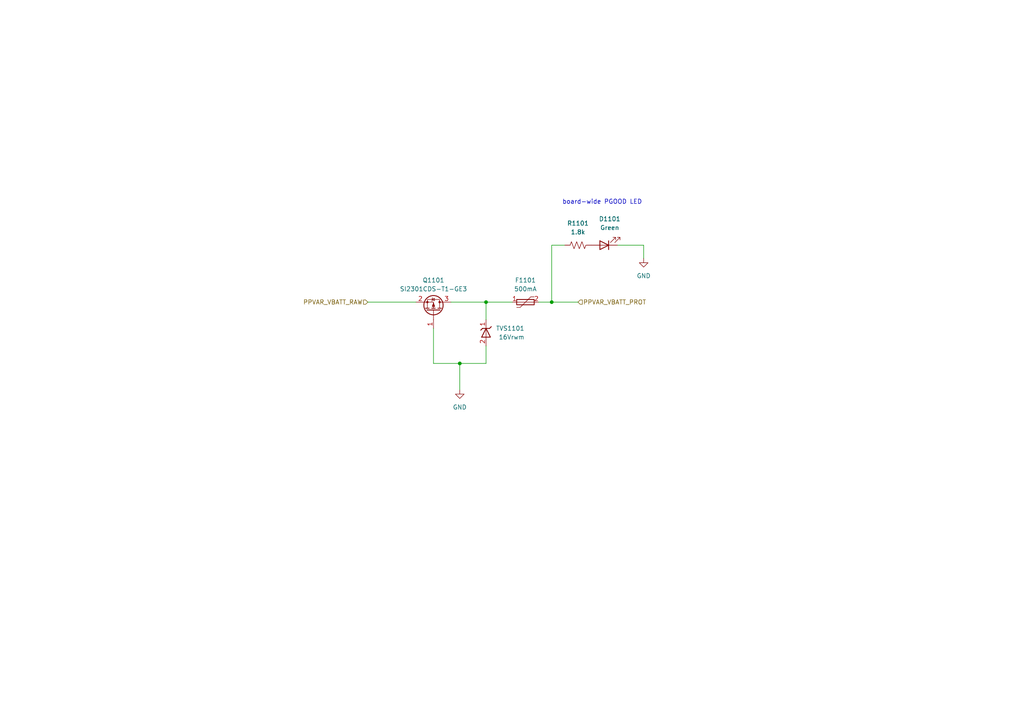
<source format=kicad_sch>
(kicad_sch (version 20250114) (generator "eeschema") (generator_version "9.0")
  (paper "A4")
  (lib_symbols
    (symbol "bfr_diodes:KT-0805G" (pin_numbers (hide yes)) (pin_names (offset 1.016) (hide yes)) (exclude_from_sim yes)
      (property "Reference" "D" (at 0 2.54 0))
      (property "Value" "Green" (at 0 -2.54 0))
      (symbol "KT-0805G_0_1"
        (polyline (pts (xy -3.048 -0.762) (xy -4.572 -2.286) (xy -3.81 -2.286) (xy -4.572 -2.286) (xy -4.572 -1.524)))
        (polyline (pts (xy -1.778 -0.762) (xy -3.302 -2.286) (xy -2.54 -2.286) (xy -3.302 -2.286) (xy -3.302 -1.524)))
        (polyline (pts (xy -1.27 0) (xy 1.27 0)))
        (polyline (pts (xy -1.27 -1.27) (xy -1.27 1.27)) (stroke (width 0.254)))
        (polyline (pts (xy 1.27 -1.27) (xy 1.27 1.27) (xy -1.27 0) (xy 1.27 -1.27)) (stroke (width 0.254)))
      )
      (symbol "KT-0805G_1_1"
        (pin passive line (at -3.81 0 0) (length 2.54) (name "K") (number "1"))
        (pin passive line (at 3.81 0 180) (length 2.54) (name "A") (number "2"))
      )
    )
    (symbol "bfr_diodes:SMBJ16A"
      (property "Reference" "TVS" (at 0 6.35 0))
      (property "Value" "16Vrwm" (at 0 3.81 0))
      (symbol "SMBJ16A_0_1"
        (polyline (pts (xy -1.27 1.016) (xy -1.27 1.016) (xy -1.27 1.016) (xy -1.27 -1.016) (xy -1.27 -1.016) (xy -1.27 -1.016)) (stroke (width 0.254)))
        (polyline (pts (xy 1.27 1.27) (xy 1.27 -1.27) (xy -1.27 0) (xy 1.27 1.27)) (stroke (width 0.254)))
        (polyline (pts (xy 1.27 0) (xy -1.27 0)))
      )
      (symbol "SMBJ16A_1_1"
        (polyline (pts (xy -1.778 -1.524) (xy -1.27 -1.016)) (stroke (width 0.254)))
        (polyline (pts (xy -1.27 1.016) (xy -0.762 1.524)) (stroke (width 0.254)))
        (pin passive line (at -3.81 0 0) (length 2.54) (name "") (number "1"))
        (pin passive line (at 3.81 0 180) (length 2.54) (name "") (number "2"))
      )
    )
    (symbol "bfr_resistors:RMCF0603FT1K80" (pin_numbers (hide yes))
      (property "Reference" "R" (at 0 2.54 0))
      (property "Value" "1.8k" (at 1.27 2.54 0))
      (symbol "RMCF0603FT1K80_0_1"
        (polyline (pts (xy -2.286 0) (xy -2.54 0)))
        (polyline (pts (xy -2.286 0) (xy -1.905 1.016) (xy -1.524 0) (xy -1.143 -1.016) (xy -0.762 0)))
        (polyline (pts (xy -0.762 0) (xy -0.381 1.016) (xy 0 0) (xy 0.381 -1.016) (xy 0.762 0)))
        (polyline (pts (xy 0.762 0) (xy 1.143 1.016) (xy 1.524 0) (xy 1.905 -1.016) (xy 2.286 0)))
        (polyline (pts (xy 2.286 0) (xy 2.54 0)))
      )
      (symbol "RMCF0603FT1K80_1_1"
        (pin passive line (at -3.81 0 0) (length 1.27) (name "~") (number "1"))
        (pin passive line (at 3.81 0 180) (length 1.27) (name "~") (number "2"))
      )
    )
    (symbol "bfr_transistors:SI2301CDS-T1-GE3" (pin_names (offset 0) (hide yes))
      (property "Reference" "Q" (at 5.08 1.27 0))
      (property "Value" "SI2301CDS-T1-GE3" (at 5.08 -1.27 0))
      (symbol "SI2301CDS-T1-GE3_0_1"
        (polyline (pts (xy 0.254 1.905) (xy 0.254 -1.905)) (stroke (width 0.254)))
        (polyline (pts (xy 0.254 0) (xy -2.54 0)))
        (polyline (pts (xy 0.762 2.286) (xy 0.762 1.27)) (stroke (width 0.254)))
        (polyline (pts (xy 0.762 1.778) (xy 3.302 1.778) (xy 3.302 -1.778) (xy 0.762 -1.778)))
        (polyline (pts (xy 0.762 0.508) (xy 0.762 -0.508)) (stroke (width 0.254)))
        (polyline (pts (xy 0.762 -1.27) (xy 0.762 -2.286)) (stroke (width 0.254)))
        (circle (center 1.651 0) (radius 2.794) (stroke (width 0.254)))
        (polyline (pts (xy 2.286 0) (xy 1.27 0.381) (xy 1.27 -0.381) (xy 2.286 0)) (fill (type outline)))
        (polyline (pts (xy 2.54 2.54) (xy 2.54 1.778)))
        (circle (center 2.54 1.778) (radius 0.254) (fill (type outline)))
        (circle (center 2.54 -1.778) (radius 0.254) (fill (type outline)))
        (polyline (pts (xy 2.54 -2.54) (xy 2.54 0) (xy 0.762 0)))
        (polyline (pts (xy 2.794 -0.508) (xy 2.921 -0.381) (xy 3.683 -0.381) (xy 3.81 -0.254)))
        (polyline (pts (xy 3.302 -0.381) (xy 2.921 0.254) (xy 3.683 0.254) (xy 3.302 -0.381)))
      )
      (symbol "SI2301CDS-T1-GE3_1_1"
        (pin input line (at -5.08 0 0) (length 2.54) (name "G") (number "1"))
        (pin passive line (at 2.54 5.08 270) (length 2.54) (name "D") (number "3"))
        (pin passive line (at 2.54 -5.08 90) (length 2.54) (name "S") (number "2"))
      )
    )
    (symbol "bfr_utilities:0ZCG0050AF2C"
      (property "Reference" "F" (at 0 6.35 0))
      (property "Value" "500mA" (at 0 3.81 0))
      (symbol "0ZCG0050AF2C_0_1"
        (rectangle (start -2.54 0.762) (end 2.54 -0.762) (stroke (width 0.254)))
        (polyline (pts (xy -2.54 0) (xy 2.54 0)))
        (polyline (pts (xy -2.54 -1.524) (xy -1.524 -1.524) (xy 1.524 1.524) (xy 2.54 1.524)))
      )
      (symbol "0ZCG0050AF2C_1_1"
        (pin passive line (at -3.81 0 0) (length 1.27) (name "~") (number "1"))
        (pin passive line (at 3.81 0 180) (length 1.27) (name "~") (number "2"))
      )
    )
    (symbol "power:GND" (power) (pin_numbers (hide yes)) (pin_names (offset 0) (hide yes))
      (property "Value" "GND" (at 0 -3.81 0))
      (symbol "GND_0_1"
        (polyline (pts (xy 0 0) (xy 0 -1.27) (xy 1.27 -1.27) (xy 0 -2.54) (xy -1.27 -1.27) (xy 0 -1.27)))
      )
      (symbol "GND_1_1"
        (pin power_in line (at 0 0 270) (length 0) (name "~") (number "1"))
      )
    )
  )
  (text "board-wide PGOOD LED" (at 163.068 58.674 0) (effects (font (size 1.27 1.27)) (justify left)))
  (junction (at 140.97 87.63))
  (junction (at 160.02 87.63))
  (junction (at 133.35 105.41))
  (wire (pts (xy 125.73 95.25) (xy 125.73 105.41)))
  (wire (pts (xy 186.69 71.12) (xy 179.07 71.12)))
  (wire (pts (xy 140.97 92.71) (xy 140.97 87.63)))
  (wire (pts (xy 106.68 87.63) (xy 120.65 87.63)))
  (wire (pts (xy 156.21 87.63) (xy 160.02 87.63)))
  (wire (pts (xy 133.35 105.41) (xy 140.97 105.41)))
  (wire (pts (xy 186.69 74.93) (xy 186.69 71.12)))
  (wire (pts (xy 133.35 105.41) (xy 133.35 113.03)))
  (wire (pts (xy 163.83 71.12) (xy 160.02 71.12)))
  (wire (pts (xy 140.97 87.63) (xy 148.59 87.63)))
  (wire (pts (xy 160.02 87.63) (xy 167.64 87.63)))
  (wire (pts (xy 160.02 71.12) (xy 160.02 87.63)))
  (wire (pts (xy 140.97 105.41) (xy 140.97 100.33)))
  (wire (pts (xy 130.81 87.63) (xy 140.97 87.63)))
  (wire (pts (xy 125.73 105.41) (xy 133.35 105.41)))
  (hierarchical_label "PPVAR_VBATT_PROT" (shape input) (at 167.64 87.63 0))
  (hierarchical_label "PPVAR_VBATT_RAW" (shape input) (at 106.68 87.63 180))
  (symbol (lib_id "bfr_utilities:0ZCG0050AF2C") (at 152.4 87.63 0) (unit 1)
    (property "Reference" "F1101" (at 152.4 81.28 0))
    (property "Value" "500mA" (at 152.4 83.82 0))
    (property "Footprint" "Fuse:Fuse_1812_4532Metric" (effects (hide yes)))
    (property "Datasheet" "https://belfuse.com/media/datasheets/products/circuit-protection/ds-cp-0zcg-series.pdf" (effects (hide yes)))
    (property "Description" "1812 SMD PTC Resettable Polyfuse, 30V, 500mA hold current, 1A trip current" (effects (hide yes)))
    (property "Manufacturer P/N" "0ZCG0050AF2C" (effects (hide yes)))
    (property "Manufacturer" "Bel Fuse" (effects (hide yes)))
    (property "Digikey P/N" "5923-0ZCG0050AF2CCT-ND" (effects (hide yes)))
    (property "Mouser P/N" "530-0ZCG0050AF2C " (effects (hide yes)))
    (property "LCSC P/N" "C3762102" (effects (hide yes)))
    (property "JLC Basic Part" "No" (effects (hide yes)))
    (property "Order From" "Mouser" (effects (hide yes)))
    (property "Created By" "Manual entry" (effects (hide yes)))
  )
  (symbol (lib_id "power:GND") (at 186.69 74.93 0) (unit 1)
    (property "Reference" "#PWR01102" (effects (hide yes)))
    (property "Value" "GND" (at 186.69 80.01 0))
    (property "Description" "Power symbol creates a global label with name \"GND\" , ground" (effects (hide yes)))
  )
  (symbol (lib_id "bfr_diodes:SMBJ16A") (at 140.97 96.52 90) (mirror x) (unit 1)
    (property "Reference" "TVS1101" (at 152.146 95.25 90) (effects (justify left)))
    (property "Value" "16Vrwm" (at 152.146 97.79 90) (effects (justify left)))
    (property "Footprint" "Diode_SMD:D_SMA-SMB_Universal_Handsoldering" (effects (hide yes)))
    (property "Datasheet" "https://www.bourns.com/docs/Product-Datasheets/SMBJ.pdf" (effects (hide yes)))
    (property "Description" "TVS 16Vrwm typ, 26Vmax, 23.1App, 600W peak" (effects (hide yes)))
    (property "Manufacturer P/N" "SMBJ16A" (effects (hide yes)))
    (property "Manufacturer" "Bourns Inc." (effects (hide yes)))
    (property "Digikey P/N" "SMBJ16ABCT-ND" (effects (hide yes)))
    (property "Mouser P/N" "652-SMBJ16A" (effects (hide yes)))
    (property "LCSC P/N" "C19077571" (effects (hide yes)))
    (property "JLC Basic?" "No" (effects (hide yes)))
    (property "Order From" "Digikey" (effects (hide yes)))
  )
  (symbol (lib_id "bfr_diodes:KT-0805G") (at 175.26 71.12 180) (unit 1) (exclude_from_sim yes)
    (property "Reference" "D1101" (at 176.8475 63.5 0))
    (property "Value" "Green" (at 176.8475 66.04 0))
    (property "Footprint" "Diode_SMD:D_0805_2012Metric_Pad1.15x1.40mm_HandSolder" (effects (hide yes)))
    (property "Datasheet" "https://www.lcsc.com/datasheet/lcsc_datasheet_1806151129_Hubei-KENTO-Elec-KT-0805Y_C2296.pdf" (effects (hide yes)))
    (property "Description" "20mA 2.85V Green 0805 JLCPCB Basic LED" (effects (hide yes)))
    (property "Order From" "LCSC" (effects (hide yes)))
    (property "Digikey P/N" "846-SMLMN2ECTT86CCT-ND" (effects (hide yes)))
    (property "Mouser P/N" "755-SMLMN2ECTT86C" (effects (hide yes)))
    (property "LCSC P/N" "C2297" (effects (hide yes)))
    (property "JLCPCB Basic Part" "Yes" (effects (hide yes)))
    (property "Created by" "Manual entry" (effects (hide yes)))
    (property "Pretty Name" "Green 0805 LED" (effects (hide yes)))
  )
  (symbol (lib_id "bfr_resistors:RMCF0603FT1K80") (at 167.64 71.12 0) (unit 1)
    (property "Reference" "R1101" (at 167.64 64.77 0))
    (property "Value" "1.8k" (at 167.64 67.31 0))
    (property "Footprint" "Resistor_SMD:R_0603_1608Metric_Pad0.98x0.95mm_HandSolder" (effects (hide yes)))
    (property "Datasheet" "https://www.seielect.com/catalog/sei-rmcf_rmcp.pdf" (effects (hide yes)))
    (property "Description" "1.8kΩ 0603 JLCPCB Basic Resistor" (effects (hide yes)))
    (property "Sim.Device" "SUBCKT" (effects (hide yes)))
    (property "Sim.Pins" "1=P1 2=P2" (effects (hide yes)))
    (property "Sim.Library" "${BFRUH_DIR}/Electronics/spice_models/bfr_resistors/RMCF0603FT1K80.lib" (effects (hide yes)))
    (property "Sim.Name" "RMCF0603FT1K80" (effects (hide yes)))
    (property "Pretty Name" "1.8kΩ 0603 Resistor" (effects (hide yes)))
    (property "Order From" "LCSC" (effects (hide yes)))
    (property "Digikey P/N" "RMCF0603FT1K80CT-ND" (effects (hide yes)))
    (property "Mouser P/N" "708-RMCF0603FT1K80" (effects (hide yes)))
    (property "LCSC P/N" "C4177" (effects (hide yes)))
    (property "JLCPCB Basic Part" "Yes" (effects (hide yes)))
    (property "Created by" "resistor_generator.py script using e24_resistor_bible_spec.txt" (effects (hide yes)))
  )
  (symbol (lib_id "power:GND") (at 133.35 113.03 0) (mirror y) (unit 1)
    (property "Reference" "#PWR01101" (effects (hide yes)))
    (property "Value" "GND" (at 133.35 118.11 0))
    (property "Description" "Power symbol creates a global label with name \"GND\" , ground" (effects (hide yes)))
  )
  (symbol (lib_id "bfr_transistors:SI2301CDS-T1-GE3") (at 125.73 90.17 270) (mirror x) (unit 1)
    (property "Reference" "Q1101" (at 125.73 81.28 90))
    (property "Value" "SI2301CDS-T1-GE3" (at 125.73 83.82 90))
    (property "Footprint" "Package_TO_SOT_SMD:SOT-23-3" (effects (hide yes)))
    (property "Datasheet" "https://www.lcsc.com/datasheet/lcsc_datasheet_1808272021_Vishay-Intertech-SI2301CDS-T1-GE3_C10487.pdf" (effects (hide yes)))
    (property "Description" "112mΩ 20V SOT23-3 SI2301CDS-T1-GE3 p-MOSFET" (effects (hide yes)))
    (property "Order From" "LCSC" (effects (hide yes)))
    (property "LCSC P/N" "C10487" (effects (hide yes)))
    (property "Digikey P/N" "SI2301CDS-T1-GE3CT-ND" (effects (hide yes)))
    (property "Mouser P/N" "781-SI2301CDS-T1-GE3" (effects (hide yes)))
    (property "JLCPCB Basic Part" "Yes" (effects (hide yes)))
    (property "Pretty Name" "SI2301CDS-T1-GE3 p-MOSFET" (effects (hide yes)))
    (property "Created by" "Manual Entry" (effects (hide yes)))
    (property "Sim.Library" "${BFRUH_DIR}\\Electronics\\spice_models\\bfr_transistors\\SI2301CDS-T1-GE3.lib" (effects (hide yes)))
    (property "Sim.Name" "SI2301CDS-T1-GE3" (effects (hide yes)))
    (property "Sim.Device" "SUBCKT" (effects (hide yes)))
    (property "Sim.Pins" "1=G 2=S 3=D" (effects (hide yes)))
  )
)
</source>
